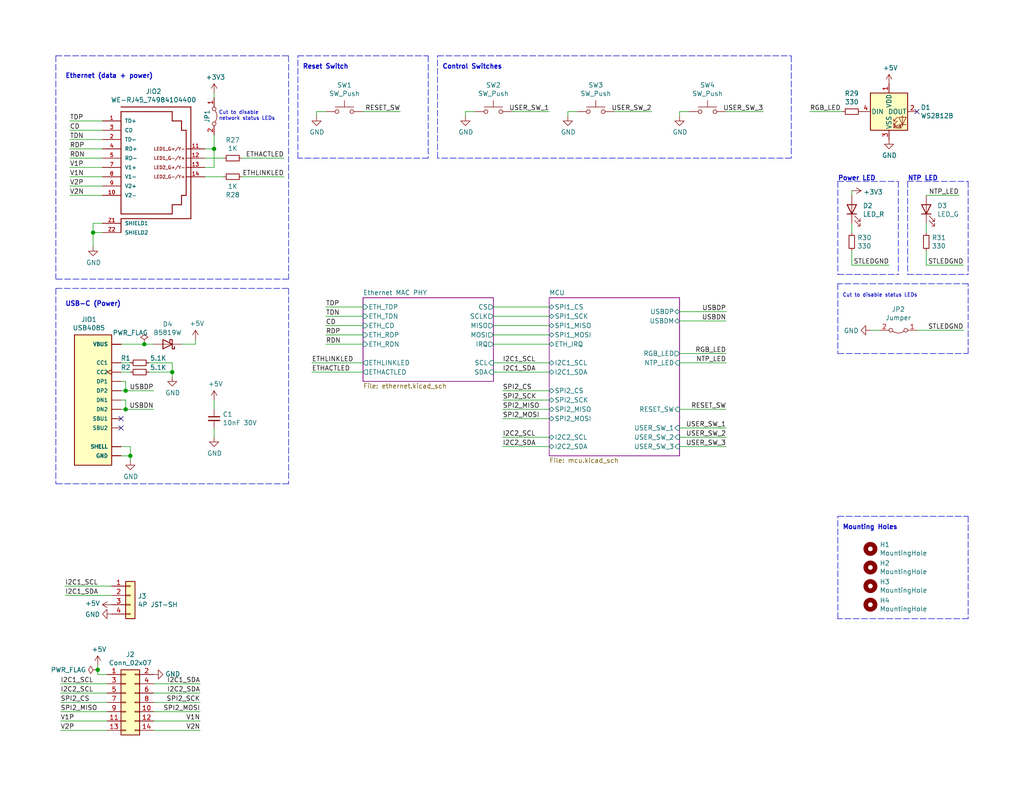
<source format=kicad_sch>
(kicad_sch (version 20201015) (generator eeschema)
  (paper "USLetter")
  (title_block (title "NA-01 Time Computer") (date "2021-03-26") (rev "B") (company "github.com/westrik") (comment 1 "MFW007"))
  (lib_symbols
    (symbol "Connector_Generic:Conn_01x04" (pin_names (offset 1.016) hide)
      (property "Reference" "J" (at 0 5.08 0))
      (property "Value" "Conn_01x04" (at 0 -7.62 0))
      (symbol "Conn_01x04_1_1"
        (rectangle (start -1.27 -4.953) (end 0 -5.207) (stroke (width 0.1524)))
        (rectangle (start -1.27 -2.413) (end 0 -2.667) (stroke (width 0.1524)))
        (rectangle (start -1.27 2.667) (end 0 2.413) (stroke (width 0.1524)))
        (rectangle (start -1.27 3.81) (end 1.27 -6.35) (stroke (width 0.254)) (fill (type background)))
        (rectangle (start -1.27 0.127) (end 0 -0.127) (stroke (width 0.1524)))
        (pin passive line (at -5.08 2.54 0) (length 3.81) (name "Pin_1") (number "1"))
        (pin passive line (at -5.08 0 0) (length 3.81) (name "Pin_2") (number "2"))
        (pin passive line (at -5.08 -2.54 0) (length 3.81) (name "Pin_3") (number "3"))
        (pin passive line (at -5.08 -5.08 0) (length 3.81) (name "Pin_4") (number "4"))
      )
    )
    (symbol "Connector_Generic:Conn_02x07_Odd_Even" (pin_names (offset 1.016) hide)
      (property "Reference" "J" (at 1.27 10.16 0))
      (property "Value" "Conn_02x07_Odd_Even" (at 1.27 -10.16 0))
      (symbol "Conn_02x07_Odd_Even_1_1"
        (rectangle (start -1.27 -4.953) (end 0 -5.207) (stroke (width 0.1524)))
        (rectangle (start -1.27 -7.493) (end 0 -7.747) (stroke (width 0.1524)))
        (rectangle (start -1.27 -2.413) (end 0 -2.667) (stroke (width 0.1524)))
        (rectangle (start -1.27 2.667) (end 0 2.413) (stroke (width 0.1524)))
        (rectangle (start -1.27 5.207) (end 0 4.953) (stroke (width 0.1524)))
        (rectangle (start -1.27 7.747) (end 0 7.493) (stroke (width 0.1524)))
        (rectangle (start -1.27 8.89) (end 3.81 -8.89) (stroke (width 0.254)) (fill (type background)))
        (rectangle (start -1.27 0.127) (end 0 -0.127) (stroke (width 0.1524)))
        (rectangle (start 3.81 -4.953) (end 2.54 -5.207) (stroke (width 0.1524)))
        (rectangle (start 3.81 -7.493) (end 2.54 -7.747) (stroke (width 0.1524)))
        (rectangle (start 3.81 -2.413) (end 2.54 -2.667) (stroke (width 0.1524)))
        (rectangle (start 3.81 2.667) (end 2.54 2.413) (stroke (width 0.1524)))
        (rectangle (start 3.81 5.207) (end 2.54 4.953) (stroke (width 0.1524)))
        (rectangle (start 3.81 7.747) (end 2.54 7.493) (stroke (width 0.1524)))
        (rectangle (start 3.81 0.127) (end 2.54 -0.127) (stroke (width 0.1524)))
        (pin passive line (at -5.08 7.62 0) (length 3.81) (name "Pin_1") (number "1"))
        (pin passive line (at 7.62 -2.54 180) (length 3.81) (name "Pin_10") (number "10"))
        (pin passive line (at -5.08 -5.08 0) (length 3.81) (name "Pin_11") (number "11"))
        (pin passive line (at 7.62 -5.08 180) (length 3.81) (name "Pin_12") (number "12"))
        (pin passive line (at -5.08 -7.62 0) (length 3.81) (name "Pin_13") (number "13"))
        (pin passive line (at 7.62 -7.62 180) (length 3.81) (name "Pin_14") (number "14"))
        (pin passive line (at 7.62 7.62 180) (length 3.81) (name "Pin_2") (number "2"))
        (pin passive line (at -5.08 5.08 0) (length 3.81) (name "Pin_3") (number "3"))
        (pin passive line (at 7.62 5.08 180) (length 3.81) (name "Pin_4") (number "4"))
        (pin passive line (at -5.08 2.54 0) (length 3.81) (name "Pin_5") (number "5"))
        (pin passive line (at 7.62 2.54 180) (length 3.81) (name "Pin_6") (number "6"))
        (pin passive line (at -5.08 0 0) (length 3.81) (name "Pin_7") (number "7"))
        (pin passive line (at 7.62 0 180) (length 3.81) (name "Pin_8") (number "8"))
        (pin passive line (at -5.08 -2.54 0) (length 3.81) (name "Pin_9") (number "9"))
      )
    )
    (symbol "Device:C_Small" (pin_numbers hide) (pin_names (offset 0.254) hide)
      (property "Reference" "C" (at 0.254 1.778 0))
      (property "Value" "C_Small" (at 0.254 -2.032 0))
      (symbol "C_Small_0_1"
        (polyline (pts (xy -1.524 -0.508) (xy 1.524 -0.508)) (stroke (width 0.3302)))
        (polyline (pts (xy -1.524 0.508) (xy 1.524 0.508)) (stroke (width 0.3048)))
      )
      (symbol "C_Small_1_1"
        (pin passive line (at 0 2.54 270) (length 2.032) (name "~") (number "1"))
        (pin passive line (at 0 -2.54 90) (length 2.032) (name "~") (number "2"))
      )
    )
    (symbol "Device:D_Schottky" (pin_numbers hide) (pin_names (offset 1.016) hide)
      (property "Reference" "D" (at 0 2.54 0))
      (property "Value" "D_Schottky" (at 0 -2.54 0))
      (symbol "D_Schottky_0_1"
        (polyline (pts (xy 1.27 0) (xy -1.27 0)))
        (polyline (pts (xy 1.27 1.27) (xy 1.27 -1.27) (xy -1.27 0) (xy 1.27 1.27)) (stroke (width 0.254)))
        (polyline (pts (xy -1.905 0.635) (xy -1.905 1.27) (xy -1.27 1.27) (xy -1.27 -1.27) (xy -0.635 -1.27) (xy -0.635 -0.635)) (stroke (width 0.254)))
      )
      (symbol "D_Schottky_1_1"
        (pin passive line (at -3.81 0 0) (length 2.54) (name "K") (number "1"))
        (pin passive line (at 3.81 0 180) (length 2.54) (name "A") (number "2"))
      )
    )
    (symbol "Device:LED" (pin_numbers hide) (pin_names (offset 1.016) hide)
      (property "Reference" "D" (at 0 2.54 0))
      (property "Value" "LED" (at 0 -2.54 0))
      (symbol "LED_0_1"
        (polyline (pts (xy -1.27 -1.27) (xy -1.27 1.27)) (stroke (width 0.254)))
        (polyline (pts (xy -1.27 0) (xy 1.27 0)))
        (polyline (pts (xy 1.27 -1.27) (xy 1.27 1.27) (xy -1.27 0) (xy 1.27 -1.27)) (stroke (width 0.254)))
        (polyline (pts (xy -3.048 -0.762) (xy -4.572 -2.286) (xy -3.81 -2.286) (xy -4.572 -2.286) (xy -4.572 -1.524)))
        (polyline (pts (xy -1.778 -0.762) (xy -3.302 -2.286) (xy -2.54 -2.286) (xy -3.302 -2.286) (xy -3.302 -1.524)))
      )
      (symbol "LED_1_1"
        (pin passive line (at -3.81 0 0) (length 2.54) (name "K") (number "1"))
        (pin passive line (at 3.81 0 180) (length 2.54) (name "A") (number "2"))
      )
    )
    (symbol "Device:R_Small" (pin_numbers hide) (pin_names (offset 0.254) hide)
      (property "Reference" "R" (at 0.762 0.508 0))
      (property "Value" "R_Small" (at 0.762 -1.016 0))
      (symbol "R_Small_0_1"
        (rectangle (start -0.762 1.778) (end 0.762 -1.778) (stroke (width 0.2032)))
      )
      (symbol "R_Small_1_1"
        (pin passive line (at 0 2.54 270) (length 0.762) (name "~") (number "1"))
        (pin passive line (at 0 -2.54 90) (length 0.762) (name "~") (number "2"))
      )
    )
    (symbol "Jumper:Jumper_2_Bridged" (pin_names (offset 0) hide)
      (property "Reference" "JP" (at 0 1.905 0))
      (property "Value" "Jumper_2_Bridged" (at 0 -2.54 0))
      (symbol "Jumper_2_Bridged_0_0"
        (circle (center -2.032 0) (radius 0.508))
        (circle (center 2.032 0) (radius 0.508))
      )
      (symbol "Jumper_2_Bridged_0_1"
        (arc (start -1.524 0.254) (end 1.524 0.254) (radius (at 0 -1.778) (length 2.54) (angles 126.9 53.1)))
      )
      (symbol "Jumper_2_Bridged_1_1"
        (pin passive line (at -5.08 0 0) (length 2.54) (name "A") (number "1"))
        (pin passive line (at 5.08 0 180) (length 2.54) (name "B") (number "2"))
      )
    )
    (symbol "LED:WS2812B" (pin_names (offset 0.254))
      (property "Reference" "D" (at 5.08 5.715 0))
      (property "Value" "WS2812B" (at 1.27 -5.715 0))
      (symbol "WS2812B_0_0"
        (text "RGB" (at 2.286 -4.191 0) (effects (font (size 0.762 0.762))))
      )
      (symbol "WS2812B_0_1"
        (rectangle (start 5.08 5.08) (end -5.08 -5.08) (stroke (width 0.254)) (fill (type background)))
        (polyline (pts (xy 1.27 -3.556) (xy 1.778 -3.556)))
        (polyline (pts (xy 1.27 -2.54) (xy 1.778 -2.54)))
        (polyline (pts (xy 4.699 -3.556) (xy 2.667 -3.556)))
        (polyline (pts (xy 2.286 -2.54) (xy 1.27 -3.556) (xy 1.27 -3.048)))
        (polyline (pts (xy 2.286 -1.524) (xy 1.27 -2.54) (xy 1.27 -2.032)))
        (polyline (pts (xy 3.683 -1.016) (xy 3.683 -3.556) (xy 3.683 -4.064)))
        (polyline (pts (xy 4.699 -1.524) (xy 2.667 -1.524) (xy 3.683 -3.556) (xy 4.699 -1.524)))
      )
      (symbol "WS2812B_1_1"
        (pin power_in line (at 0 7.62 270) (length 2.54) (name "VDD") (number "1"))
        (pin output line (at 7.62 0 180) (length 2.54) (name "DOUT") (number "2"))
        (pin power_in line (at 0 -7.62 90) (length 2.54) (name "VSS") (number "3"))
        (pin input line (at -7.62 0 0) (length 2.54) (name "DIN") (number "4"))
      )
    )
    (symbol "Mechanical:MountingHole" (pin_names (offset 1.016))
      (property "Reference" "H" (at 0 5.08 0))
      (property "Value" "MountingHole" (at 0 3.175 0))
      (symbol "MountingHole_0_1"
        (circle (center 0 0) (radius 1.27) (stroke (width 1.27)))
      )
    )
    (symbol "Switch:SW_Push" (pin_numbers hide) (pin_names (offset 1.016) hide)
      (property "Reference" "SW" (at 1.27 2.54 0))
      (property "Value" "SW_Push" (at 0 -1.524 0))
      (symbol "SW_Push_0_1"
        (circle (center -2.032 0) (radius 0.508))
        (circle (center 2.032 0) (radius 0.508))
        (polyline (pts (xy 0 1.27) (xy 0 3.048)))
        (polyline (pts (xy 2.54 1.27) (xy -2.54 1.27)))
        (pin passive line (at -5.08 0 0) (length 2.54) (name "1") (number "1"))
        (pin passive line (at 5.08 0 180) (length 2.54) (name "2") (number "2"))
      )
    )
    (symbol "USB4085-GF-A_REVA:USB4085-GF-A_REVA" (pin_numbers hide) (pin_names (offset 1.016))
      (property "Reference" "J" (at -5.1054 18.3134 0))
      (property "Value" "USB4085-GF-A_REVA" (at -5.1054 -20.3708 0))
      (symbol "USB4085-GF-A_REVA_0_0"
        (rectangle (start -5.08 -17.78) (end 5.08 17.78) (stroke (width 0.254)) (fill (type background)))
        (pin power_in line (at -7.62 15.24 0) (length 2.54) (name "VBUS") (number "A4"))
        (pin power_in line (at -7.62 15.24 0) (length 2.54) (name "VBUS") (number "A9"))
        (pin power_in line (at -7.62 15.24 0) (length 2.54) (name "VBUS") (number "B4"))
        (pin power_in line (at -7.62 15.24 0) (length 2.54) (name "VBUS") (number "B9"))
        (pin bidirectional line (at -7.62 10.16 0) (length 2.54) (name "CC1") (number "A5"))
        (pin bidirectional clock (at -7.62 7.62 0) (length 2.54) (name "CC2") (number "B5"))
        (pin bidirectional line (at -7.62 5.08 0) (length 2.54) (name "DP1") (number "A6"))
        (pin bidirectional line (at -7.62 2.54 0) (length 2.54) (name "DP2") (number "B6"))
        (pin bidirectional line (at -7.62 0 0) (length 2.54) (name "DN1") (number "A7"))
        (pin bidirectional line (at -7.62 -2.54 0) (length 2.54) (name "DN2") (number "B7"))
        (pin bidirectional line (at -7.62 -5.08 0) (length 2.54) (name "SBU1") (number "A8"))
        (pin bidirectional line (at -7.62 -7.62 0) (length 2.54) (name "SBU2") (number "B8"))
        (pin passive line (at -7.62 -15.24 0) (length 2.54) (name "GND") (number "A1"))
        (pin passive line (at -7.62 -15.24 0) (length 2.54) (name "GND") (number "A12"))
        (pin passive line (at -7.62 -15.24 0) (length 2.54) (name "GND") (number "B1"))
        (pin passive line (at -7.62 -15.24 0) (length 2.54) (name "GND") (number "B12"))
        (pin passive line (at -7.62 -12.7 0) (length 2.54) (name "SHELL") (number "P1"))
        (pin passive line (at -7.62 -12.7 0) (length 2.54) (name "SHELL") (number "P2"))
        (pin passive line (at -7.62 -12.7 0) (length 2.54) (name "SHELL") (number "P3"))
        (pin passive line (at -7.62 -12.7 0) (length 2.54) (name "SHELL") (number "P4"))
      )
    )
    (symbol "WE-RJ45_74984104400:WE-RJ45_74984104400" (pin_names (offset 1.016))
      (property "Reference" "T" (at 0 17.78 0))
      (property "Value" "WE-RJ45_74984104400" (at -2.54 -22.86 0))
      (symbol "WE-RJ45_74984104400_0_0"
        (text "LED1_G+/Y-" (at 1.27 5.08 0) (effects (font (size 0.8636 0.8636)) (justify left)))
        (text "LED1_G-/Y+" (at 1.27 2.54 0) (effects (font (size 0.8636 0.8636)) (justify left)))
        (text "LED2_G+/Y-" (at 1.27 0 0) (effects (font (size 0.8636 0.8636)) (justify left)))
        (text "LED2_G-/Y+" (at 1.27 -2.54 0) (effects (font (size 0.8636 0.8636)) (justify left)))
        (polyline (pts (xy -7.62 -13.97) (xy -7.62 -17.78)) (stroke (width 0.254)))
        (polyline (pts (xy -7.62 -12.7) (xy -7.62 15.24)) (stroke (width 0.254)))
        (polyline (pts (xy -7.62 15.24) (xy 6.35 15.24)) (stroke (width 0.254)))
        (polyline (pts (xy -7.62 16.51) (xy 11.43 16.51)) (stroke (width 0.254)))
        (polyline (pts (xy 6.35 -12.7) (xy -7.62 -12.7)) (stroke (width 0.254)))
        (polyline (pts (xy 6.35 -12.7) (xy 6.35 -10.16)) (stroke (width 0.254)))
        (polyline (pts (xy 6.35 -10.16) (xy 8.89 -10.16)) (stroke (width 0.254)))
        (polyline (pts (xy 6.35 12.7) (xy 8.89 12.7)) (stroke (width 0.254)))
        (polyline (pts (xy 6.35 15.24) (xy 6.35 12.7)) (stroke (width 0.254)))
        (polyline (pts (xy 8.89 -10.16) (xy 8.89 -7.62)) (stroke (width 0.254)))
        (polyline (pts (xy 8.89 -7.62) (xy 10.16 -7.62)) (stroke (width 0.254)))
        (polyline (pts (xy 8.89 10.16) (xy 10.16 10.16)) (stroke (width 0.254)))
        (polyline (pts (xy 8.89 12.7) (xy 8.89 10.16)) (stroke (width 0.254)))
        (polyline (pts (xy 10.16 10.16) (xy 10.16 -7.62)) (stroke (width 0.254)))
        (polyline (pts (xy 11.43 -13.97) (xy -7.62 -13.97)) (stroke (width 0.254)))
        (polyline (pts (xy 11.43 16.51) (xy 11.43 -13.97)) (stroke (width 0.254)))
        (pin passive line (at -12.7 12.7 0) (length 5.08) (name "TD+") (number "1"))
        (pin passive line (at -12.7 -7.62 0) (length 5.08) (name "V2-") (number "10"))
        (pin passive line (at 15.24 5.08 180) (length 5.08) (name "~") (number "11"))
        (pin passive line (at 15.24 2.54 180) (length 5.08) (name "~") (number "12"))
        (pin passive line (at 15.24 0 180) (length 5.08) (name "~") (number "13"))
        (pin passive line (at 15.24 -2.54 180) (length 5.08) (name "~") (number "14"))
        (pin passive line (at -12.7 7.62 0) (length 5.08) (name "TD-") (number "2"))
        (pin passive line (at -12.7 10.16 0) (length 5.08) (name "CD") (number "3"))
        (pin passive line (at -12.7 5.08 0) (length 5.08) (name "RD+") (number "4"))
        (pin passive line (at -12.7 2.54 0) (length 5.08) (name "RD-") (number "5"))
        (pin passive line (at -12.7 0 0) (length 5.08) (name "V1+") (number "7"))
        (pin passive line (at -12.7 -2.54 0) (length 5.08) (name "V1-") (number "8"))
        (pin passive line (at -12.7 -5.08 0) (length 5.08) (name "V2+") (number "9"))
        (pin passive line (at -12.7 -15.24 0) (length 5.08) (name "SHIELD1") (number "Z1"))
        (pin passive line (at -12.7 -17.78 0) (length 5.08) (name "SHIELD2") (number "Z2"))
      )
    )
    (symbol "power:+3.3V" (power) (pin_names (offset 0))
      (property "Value" "+3.3V" (at 0 3.556 0))
      (symbol "+3.3V_0_1"
        (polyline (pts (xy -0.762 1.27) (xy 0 2.54)))
        (polyline (pts (xy 0 0) (xy 0 2.54)))
        (polyline (pts (xy 0 2.54) (xy 0.762 1.27)))
      )
      (symbol "+3.3V_1_1"
        (pin power_in line (at 0 0 90) (length 0) hide (name "+3V3") (number "1"))
      )
    )
    (symbol "power:+3V3" (power) (pin_names (offset 0))
      (property "Value" "+3V3" (at 0 3.556 0))
      (symbol "+3V3_0_1"
        (polyline (pts (xy -0.762 1.27) (xy 0 2.54)))
        (polyline (pts (xy 0 0) (xy 0 2.54)))
        (polyline (pts (xy 0 2.54) (xy 0.762 1.27)))
      )
      (symbol "+3V3_1_1"
        (pin power_in line (at 0 0 90) (length 0) hide (name "+3V3") (number "1"))
      )
    )
    (symbol "power:+5V" (power) (pin_names (offset 0))
      (property "Value" "+5V" (at 0 3.556 0))
      (symbol "+5V_0_1"
        (polyline (pts (xy -0.762 1.27) (xy 0 2.54)))
        (polyline (pts (xy 0 0) (xy 0 2.54)))
        (polyline (pts (xy 0 2.54) (xy 0.762 1.27)))
      )
      (symbol "+5V_1_1"
        (pin power_in line (at 0 0 90) (length 0) hide (name "+5V") (number "1"))
      )
    )
    (symbol "power:GND" (power) (pin_names (offset 0))
      (property "Value" "GND" (at 0 -3.81 0))
      (symbol "GND_0_1"
        (polyline (pts (xy 0 0) (xy 0 -1.27) (xy 1.27 -1.27) (xy 0 -2.54) (xy -1.27 -1.27) (xy 0 -1.27)))
      )
      (symbol "GND_1_1"
        (pin power_in line (at 0 0 270) (length 0) hide (name "GND") (number "1"))
      )
    )
    (symbol "power:PWR_FLAG" (power) (pin_numbers hide) (pin_names (offset 0) hide)
      (property "Value" "PWR_FLAG" (at 0 3.81 0))
      (symbol "PWR_FLAG_0_0"
        (pin power_out line (at 0 0 90) (length 0) (name "pwr") (number "1"))
      )
      (symbol "PWR_FLAG_0_1"
        (polyline (pts (xy 0 0) (xy 0 1.27) (xy -1.016 1.905) (xy 0 2.54) (xy 1.016 1.905) (xy 0 1.27)))
      )
    )
  )
  (junction (at 25.4 63.5) (diameter 1.016))
  (junction (at 26.67 182.88) (diameter 1.016))
  (junction (at 34.29 106.68) (diameter 1.016))
  (junction (at 34.29 111.76) (diameter 1.016))
  (junction (at 35.56 124.46) (diameter 1.016))
  (junction (at 39.37 93.98) (diameter 1.016))
  (junction (at 46.99 101.6) (diameter 1.016))
  (junction (at 58.42 40.64) (diameter 1.016))
  (no_connect (at 33.02 114.3))
  (no_connect (at 33.02 116.84))
  (no_connect (at 250.19 30.48))
  (wire (pts (xy 16.51 186.69) (xy 29.21 186.69)))
  (wire (pts (xy 17.78 160.02) (xy 30.48 160.02)))
  (wire (pts (xy 17.78 162.56) (xy 30.48 162.56)))
  (wire (pts (xy 25.4 60.96) (xy 25.4 63.5)))
  (wire (pts (xy 25.4 63.5) (xy 25.4 67.31)))
  (wire (pts (xy 25.4 63.5) (xy 27.94 63.5)))
  (wire (pts (xy 26.67 182.88) (xy 26.67 181.61)))
  (wire (pts (xy 26.67 184.15) (xy 26.67 182.88)))
  (wire (pts (xy 27.94 33.02) (xy 19.05 33.02)))
  (wire (pts (xy 27.94 35.56) (xy 19.05 35.56)))
  (wire (pts (xy 27.94 38.1) (xy 19.05 38.1)))
  (wire (pts (xy 27.94 40.64) (xy 19.05 40.64)))
  (wire (pts (xy 27.94 43.18) (xy 19.05 43.18)))
  (wire (pts (xy 27.94 45.72) (xy 19.05 45.72)))
  (wire (pts (xy 27.94 48.26) (xy 19.05 48.26)))
  (wire (pts (xy 27.94 50.8) (xy 19.05 50.8)))
  (wire (pts (xy 27.94 53.34) (xy 19.05 53.34)))
  (wire (pts (xy 27.94 60.96) (xy 25.4 60.96)))
  (wire (pts (xy 29.21 184.15) (xy 26.67 184.15)))
  (wire (pts (xy 29.21 189.23) (xy 16.51 189.23)))
  (wire (pts (xy 29.21 191.77) (xy 16.51 191.77)))
  (wire (pts (xy 29.21 194.31) (xy 16.51 194.31)))
  (wire (pts (xy 29.21 196.85) (xy 16.51 196.85)))
  (wire (pts (xy 29.21 199.39) (xy 16.51 199.39)))
  (wire (pts (xy 33.02 93.98) (xy 39.37 93.98)))
  (wire (pts (xy 33.02 99.06) (xy 35.56 99.06)))
  (wire (pts (xy 33.02 101.6) (xy 35.56 101.6)))
  (wire (pts (xy 33.02 104.14) (xy 34.29 104.14)))
  (wire (pts (xy 33.02 106.68) (xy 34.29 106.68)))
  (wire (pts (xy 33.02 109.22) (xy 34.29 109.22)))
  (wire (pts (xy 33.02 111.76) (xy 34.29 111.76)))
  (wire (pts (xy 33.02 121.92) (xy 35.56 121.92)))
  (wire (pts (xy 33.02 124.46) (xy 35.56 124.46)))
  (wire (pts (xy 34.29 106.68) (xy 34.29 104.14)))
  (wire (pts (xy 34.29 106.68) (xy 41.91 106.68)))
  (wire (pts (xy 34.29 111.76) (xy 34.29 109.22)))
  (wire (pts (xy 34.29 111.76) (xy 41.91 111.76)))
  (wire (pts (xy 35.56 121.92) (xy 35.56 124.46)))
  (wire (pts (xy 35.56 124.46) (xy 35.56 125.73)))
  (wire (pts (xy 39.37 93.98) (xy 41.91 93.98)))
  (wire (pts (xy 40.64 99.06) (xy 46.99 99.06)))
  (wire (pts (xy 40.64 101.6) (xy 46.99 101.6)))
  (wire (pts (xy 41.91 189.23) (xy 54.61 189.23)))
  (wire (pts (xy 41.91 191.77) (xy 54.61 191.77)))
  (wire (pts (xy 41.91 194.31) (xy 54.61 194.31)))
  (wire (pts (xy 41.91 196.85) (xy 54.61 196.85)))
  (wire (pts (xy 41.91 199.39) (xy 54.61 199.39)))
  (wire (pts (xy 46.99 99.06) (xy 46.99 101.6)))
  (wire (pts (xy 46.99 101.6) (xy 46.99 102.87)))
  (wire (pts (xy 49.53 93.98) (xy 53.34 93.98)))
  (wire (pts (xy 53.34 93.98) (xy 53.34 92.71)))
  (wire (pts (xy 54.61 186.69) (xy 41.91 186.69)))
  (wire (pts (xy 55.88 40.64) (xy 58.42 40.64)))
  (wire (pts (xy 55.88 43.18) (xy 60.96 43.18)))
  (wire (pts (xy 55.88 45.72) (xy 58.42 45.72)))
  (wire (pts (xy 55.88 48.26) (xy 60.96 48.26)))
  (wire (pts (xy 58.42 25.4) (xy 58.42 26.67)))
  (wire (pts (xy 58.42 40.64) (xy 58.42 36.83)))
  (wire (pts (xy 58.42 45.72) (xy 58.42 40.64)))
  (wire (pts (xy 58.42 109.22) (xy 58.42 111.76)))
  (wire (pts (xy 58.42 116.84) (xy 58.42 119.38)))
  (wire (pts (xy 66.04 43.18) (xy 77.47 43.18)))
  (wire (pts (xy 66.04 48.26) (xy 77.47 48.26)))
  (wire (pts (xy 86.36 30.48) (xy 86.36 31.75)))
  (wire (pts (xy 88.9 30.48) (xy 86.36 30.48)))
  (wire (pts (xy 88.9 83.82) (xy 99.06 83.82)))
  (wire (pts (xy 88.9 86.36) (xy 99.06 86.36)))
  (wire (pts (xy 88.9 88.9) (xy 99.06 88.9)))
  (wire (pts (xy 99.06 30.48) (xy 109.22 30.48)))
  (wire (pts (xy 99.06 91.44) (xy 88.9 91.44)))
  (wire (pts (xy 99.06 93.98) (xy 88.9 93.98)))
  (wire (pts (xy 99.06 99.06) (xy 85.09 99.06)))
  (wire (pts (xy 99.06 101.6) (xy 85.09 101.6)))
  (wire (pts (xy 127 30.48) (xy 127 31.75)))
  (wire (pts (xy 129.54 30.48) (xy 127 30.48)))
  (wire (pts (xy 134.62 83.82) (xy 149.86 83.82)))
  (wire (pts (xy 134.62 86.36) (xy 149.86 86.36)))
  (wire (pts (xy 134.62 88.9) (xy 149.86 88.9)))
  (wire (pts (xy 134.62 91.44) (xy 149.86 91.44)))
  (wire (pts (xy 134.62 93.98) (xy 149.86 93.98)))
  (wire (pts (xy 134.62 99.06) (xy 149.86 99.06)))
  (wire (pts (xy 134.62 101.6) (xy 149.86 101.6)))
  (wire (pts (xy 139.7 30.48) (xy 149.86 30.48)))
  (wire (pts (xy 149.86 106.68) (xy 137.16 106.68)))
  (wire (pts (xy 149.86 109.22) (xy 137.16 109.22)))
  (wire (pts (xy 149.86 111.76) (xy 137.16 111.76)))
  (wire (pts (xy 149.86 114.3) (xy 137.16 114.3)))
  (wire (pts (xy 149.86 119.38) (xy 137.16 119.38)))
  (wire (pts (xy 149.86 121.92) (xy 137.16 121.92)))
  (wire (pts (xy 154.94 30.48) (xy 154.94 31.75)))
  (wire (pts (xy 157.48 30.48) (xy 154.94 30.48)))
  (wire (pts (xy 167.64 30.48) (xy 177.8 30.48)))
  (wire (pts (xy 185.42 30.48) (xy 185.42 31.75)))
  (wire (pts (xy 185.42 85.09) (xy 198.12 85.09)))
  (wire (pts (xy 185.42 87.63) (xy 198.12 87.63)))
  (wire (pts (xy 185.42 96.52) (xy 198.12 96.52)))
  (wire (pts (xy 185.42 99.06) (xy 198.12 99.06)))
  (wire (pts (xy 185.42 111.76) (xy 198.12 111.76)))
  (wire (pts (xy 185.42 116.84) (xy 198.12 116.84)))
  (wire (pts (xy 185.42 119.38) (xy 198.12 119.38)))
  (wire (pts (xy 185.42 121.92) (xy 198.12 121.92)))
  (wire (pts (xy 187.96 30.48) (xy 185.42 30.48)))
  (wire (pts (xy 198.12 30.48) (xy 208.28 30.48)))
  (wire (pts (xy 220.98 30.48) (xy 229.87 30.48)))
  (wire (pts (xy 232.41 52.07) (xy 232.41 53.34)))
  (wire (pts (xy 232.41 60.96) (xy 232.41 63.5)))
  (wire (pts (xy 232.41 68.58) (xy 232.41 72.39)))
  (wire (pts (xy 232.41 72.39) (xy 242.57 72.39)))
  (wire (pts (xy 237.49 90.17) (xy 240.03 90.17)))
  (wire (pts (xy 250.19 90.17) (xy 262.89 90.17)))
  (wire (pts (xy 252.73 53.34) (xy 261.62 53.34)))
  (wire (pts (xy 252.73 60.96) (xy 252.73 63.5)))
  (wire (pts (xy 252.73 68.58) (xy 252.73 72.39)))
  (wire (pts (xy 252.73 72.39) (xy 262.89 72.39)))
  (polyline (pts (xy 15.24 15.24) (xy 15.24 76.2)) (stroke (width 0) (type dash)))
  (polyline (pts (xy 15.24 15.24) (xy 78.74 15.24)) (stroke (width 0) (type dash)))
  (polyline (pts (xy 15.24 78.74) (xy 15.24 132.08)) (stroke (width 0) (type dash)))
  (polyline (pts (xy 15.24 78.74) (xy 78.74 78.74)) (stroke (width 0) (type dash)))
  (polyline (pts (xy 78.74 15.24) (xy 78.74 76.2)) (stroke (width 0) (type dash)))
  (polyline (pts (xy 78.74 76.2) (xy 15.24 76.2)) (stroke (width 0) (type dash)))
  (polyline (pts (xy 78.74 78.74) (xy 78.74 132.08)) (stroke (width 0) (type dash)))
  (polyline (pts (xy 78.74 132.08) (xy 15.24 132.08)) (stroke (width 0) (type dash)))
  (polyline (pts (xy 81.28 15.24) (xy 116.84 15.24)) (stroke (width 0) (type dash)))
  (polyline (pts (xy 81.28 43.18) (xy 81.28 15.24)) (stroke (width 0) (type dash)))
  (polyline (pts (xy 116.84 15.24) (xy 116.84 43.18)) (stroke (width 0) (type dash)))
  (polyline (pts (xy 116.84 43.18) (xy 81.28 43.18)) (stroke (width 0) (type dash)))
  (polyline (pts (xy 119.38 15.24) (xy 215.9 15.24)) (stroke (width 0) (type dash)))
  (polyline (pts (xy 119.38 43.18) (xy 119.38 15.24)) (stroke (width 0) (type dash)))
  (polyline (pts (xy 215.9 15.24) (xy 215.9 43.18)) (stroke (width 0) (type dash)))
  (polyline (pts (xy 215.9 43.18) (xy 119.38 43.18)) (stroke (width 0) (type dash)))
  (polyline (pts (xy 228.6 49.53) (xy 228.6 74.93)) (stroke (width 0) (type dash)))
  (polyline (pts (xy 228.6 49.53) (xy 245.11 49.53)) (stroke (width 0) (type dash)))
  (polyline (pts (xy 228.6 74.93) (xy 245.11 74.93)) (stroke (width 0) (type dash)))
  (polyline (pts (xy 228.6 77.47) (xy 228.6 96.52)) (stroke (width 0) (type dash)))
  (polyline (pts (xy 228.6 96.52) (xy 264.16 96.52)) (stroke (width 0) (type dash)))
  (polyline (pts (xy 228.6 140.97) (xy 264.16 140.97)) (stroke (width 0) (type dash)))
  (polyline (pts (xy 228.6 168.91) (xy 228.6 140.97)) (stroke (width 0) (type dash)))
  (polyline (pts (xy 245.11 49.53) (xy 245.11 74.93)) (stroke (width 0) (type dash)))
  (polyline (pts (xy 247.65 49.53) (xy 247.65 74.93)) (stroke (width 0) (type dash)))
  (polyline (pts (xy 247.65 49.53) (xy 264.16 49.53)) (stroke (width 0) (type dash)))
  (polyline (pts (xy 247.65 74.93) (xy 264.16 74.93)) (stroke (width 0) (type dash)))
  (polyline (pts (xy 264.16 49.53) (xy 264.16 74.93)) (stroke (width 0) (type dash)))
  (polyline (pts (xy 264.16 77.47) (xy 228.6 77.47)) (stroke (width 0) (type dash)))
  (polyline (pts (xy 264.16 96.52) (xy 264.16 77.47)) (stroke (width 0) (type dash)))
  (polyline (pts (xy 264.16 140.97) (xy 264.16 168.91)) (stroke (width 0) (type dash)))
  (polyline (pts (xy 264.16 168.91) (xy 228.6 168.91)) (stroke (width 0) (type dash)))
  (text "Ethernet (data + power)" (at 17.78 21.59 0) (effects (font (size 1.27 1.27) (thickness 0.254) bold) (justify left bottom)))
  (text "USB-C (Power)" (at 17.78 83.82 0) (effects (font (size 1.27 1.27) (thickness 0.254) bold) (justify left bottom)))
  (text "Cut to disable \nnetwork status LEDs" (at 59.69 33.02 0) (effects (font (size 0.9906 0.9906)) (justify left bottom)))
  (text "Reset Switch" (at 82.55 19.05 0) (effects (font (size 1.27 1.27) (thickness 0.254) bold) (justify left bottom)))
  (text "Control Switches" (at 120.65 19.05 0) (effects (font (size 1.27 1.27) (thickness 0.254) bold) (justify left bottom)))
  (text "Power LED" (at 228.6 49.53 0) (effects (font (size 1.27 1.27) (thickness 0.254) bold) (justify left bottom)))
  (text "Cut to disable status LEDs" (at 229.87 81.28 0) (effects (font (size 0.9906 0.9906)) (justify left bottom)))
  (text "Mounting Holes" (at 229.87 144.78 0) (effects (font (size 1.27 1.27) (thickness 0.254) bold) (justify left bottom)))
  (text "NTP LED" (at 247.65 49.53 0) (effects (font (size 1.27 1.27) (thickness 0.254) bold) (justify left bottom)))
  (label "I2C1_SCL" (at 16.51 186.69 0))
  (label "I2C2_SCL" (at 16.51 189.23 0))
  (label "SPI2_CS" (at 16.51 191.77 0))
  (label "SPI2_MISO" (at 16.51 194.31 0))
  (label "V1P" (at 16.51 196.85 0))
  (label "V2P" (at 16.51 199.39 0))
  (label "I2C1_SCL" (at 17.78 160.02 0))
  (label "I2C1_SDA" (at 17.78 162.56 0))
  (label "TDP" (at 19.05 33.02 0))
  (label "CD" (at 19.05 35.56 0))
  (label "TDN" (at 19.05 38.1 0))
  (label "RDP" (at 19.05 40.64 0))
  (label "RDN" (at 19.05 43.18 0))
  (label "V1P" (at 19.05 45.72 0))
  (label "V1N" (at 19.05 48.26 0))
  (label "V2P" (at 19.05 50.8 0))
  (label "V2N" (at 19.05 53.34 0))
  (label "USBDP" (at 41.91 106.68 180))
  (label "USBDN" (at 41.91 111.76 180))
  (label "I2C1_SDA" (at 54.61 186.69 180))
  (label "I2C2_SDA" (at 54.61 189.23 180))
  (label "SPI2_SCK" (at 54.61 191.77 180))
  (label "SPI2_MOSI" (at 54.61 194.31 180))
  (label "V1N" (at 54.61 196.85 180))
  (label "V2N" (at 54.61 199.39 180))
  (label "ETHACTLED" (at 77.47 43.18 180))
  (label "ETHLINKLED" (at 77.47 48.26 180))
  (label "ETHLINKLED" (at 85.09 99.06 0))
  (label "ETHACTLED" (at 85.09 101.6 0))
  (label "TDP" (at 88.9 83.82 0))
  (label "TDN" (at 88.9 86.36 0))
  (label "CD" (at 88.9 88.9 0))
  (label "RDP" (at 88.9 91.44 0))
  (label "RDN" (at 88.9 93.98 0))
  (label "RESET_SW" (at 109.22 30.48 180))
  (label "I2C1_SCL" (at 137.16 99.06 0))
  (label "I2C1_SDA" (at 137.16 101.6 0))
  (label "SPI2_CS" (at 137.16 106.68 0))
  (label "SPI2_SCK" (at 137.16 109.22 0))
  (label "SPI2_MISO" (at 137.16 111.76 0))
  (label "SPI2_MOSI" (at 137.16 114.3 0))
  (label "I2C2_SCL" (at 137.16 119.38 0))
  (label "I2C2_SDA" (at 137.16 121.92 0))
  (label "USER_SW_1" (at 149.86 30.48 180))
  (label "USER_SW_2" (at 177.8 30.48 180))
  (label "USBDP" (at 198.12 85.09 180))
  (label "USBDN" (at 198.12 87.63 180))
  (label "RGB_LED" (at 198.12 96.52 180))
  (label "NTP_LED" (at 198.12 99.06 180))
  (label "RESET_SW" (at 198.12 111.76 180))
  (label "USER_SW_1" (at 198.12 116.84 180))
  (label "USER_SW_2" (at 198.12 119.38 180))
  (label "USER_SW_3" (at 198.12 121.92 180))
  (label "USER_SW_3" (at 208.28 30.48 180))
  (label "RGB_LED" (at 220.98 30.48 0))
  (label "STLEDGND" (at 242.57 72.39 180))
  (label "NTP_LED" (at 261.62 53.34 180))
  (label "STLEDGND" (at 262.89 72.39 180))
  (label "STLEDGND" (at 262.89 90.17 180))
  (symbol (lib_id "power:PWR_FLAG") (at 26.67 182.88 90) (unit 1)
    (property "Reference" "#FLG0102" (effects hide))
    (property "Value" "PWR_FLAG" (at 23.495 182.88 90) (effects (justify left)))
  )
  (symbol (lib_id "power:PWR_FLAG") (at 39.37 93.98 0) (unit 1)
    (property "Reference" "#FLG0101" (effects hide))
    (property "Value" "PWR_FLAG" (at 35.56 90.8558 0))
  )
  (symbol (lib_id "power:+5V") (at 26.67 181.61 0) (unit 1)
    (property "Reference" "#PWR0150" (effects hide))
    (property "Value" "+5V" (at 27.0383 177.2856 0))
  )
  (symbol (lib_id "power:+5V") (at 30.48 165.1 90) (unit 1)
    (property "Reference" "#PWR0152" (effects hide))
    (property "Value" "+5V" (at 27.305 164.7317 90) (effects (justify left)))
  )
  (symbol (lib_id "power:+5V") (at 53.34 92.71 0) (unit 1)
    (property "Reference" "#PWR0109" (effects hide))
    (property "Value" "+5V" (at 53.721 88.3158 0))
  )
  (symbol (lib_id "power:+3V3") (at 58.42 25.4 0) (unit 1)
    (property "Reference" "#PWR0154" (effects hide))
    (property "Value" "+3V3" (at 58.7883 21.0756 0))
  )
  (symbol (lib_id "power:+5V") (at 58.42 109.22 0) (unit 1)
    (property "Reference" "#PWR0111" (effects hide))
    (property "Value" "+5V" (at 58.801 104.8258 0))
  )
  (symbol (lib_id "power:+3.3V") (at 232.41 52.07 270) (unit 1)
    (property "Reference" "#PWR0155" (effects hide))
    (property "Value" "+3.3V" (at 235.5851 52.4383 90) (effects (justify left)))
  )
  (symbol (lib_id "power:+5V") (at 242.57 22.86 0) (unit 1)
    (property "Reference" "#PWR0103" (effects hide))
    (property "Value" "+5V" (at 242.9383 18.5356 0))
  )
  (symbol (lib_id "power:GND") (at 25.4 67.31 0) (unit 1)
    (property "Reference" "#PWR0107" (effects hide))
    (property "Value" "GND" (at 25.527 71.7042 0))
  )
  (symbol (lib_id "power:GND") (at 30.48 167.64 270) (unit 1)
    (property "Reference" "#PWR0153" (effects hide))
    (property "Value" "GND" (at 27.305 167.7543 90) (effects (justify right)))
  )
  (symbol (lib_id "power:GND") (at 35.56 125.73 0) (unit 1)
    (property "Reference" "#PWR0101" (effects hide))
    (property "Value" "GND" (at 35.687 130.1242 0))
  )
  (symbol (lib_id "power:GND") (at 41.91 184.15 90) (unit 1)
    (property "Reference" "#PWR0151" (effects hide))
    (property "Value" "GND" (at 45.0851 184.0357 90) (effects (justify right)))
  )
  (symbol (lib_id "power:GND") (at 46.99 102.87 0) (unit 1)
    (property "Reference" "#PWR0108" (effects hide))
    (property "Value" "GND" (at 47.117 107.2642 0))
  )
  (symbol (lib_id "power:GND") (at 58.42 119.38 0) (unit 1)
    (property "Reference" "#PWR0110" (effects hide))
    (property "Value" "GND" (at 58.547 123.7742 0))
  )
  (symbol (lib_id "power:GND") (at 86.36 31.75 0) (unit 1)
    (property "Reference" "#PWR0104" (effects hide))
    (property "Value" "GND" (at 86.4743 36.0744 0))
  )
  (symbol (lib_id "power:GND") (at 127 31.75 0) (unit 1)
    (property "Reference" "#PWR0112" (effects hide))
    (property "Value" "GND" (at 127.1143 36.0744 0))
  )
  (symbol (lib_id "power:GND") (at 154.94 31.75 0) (unit 1)
    (property "Reference" "#PWR0105" (effects hide))
    (property "Value" "GND" (at 155.0543 36.0744 0))
  )
  (symbol (lib_id "power:GND") (at 185.42 31.75 0) (unit 1)
    (property "Reference" "#PWR0106" (effects hide))
    (property "Value" "GND" (at 185.5343 36.0744 0))
  )
  (symbol (lib_id "power:GND") (at 237.49 90.17 270) (unit 1)
    (property "Reference" "#PWR0156" (effects hide))
    (property "Value" "GND" (at 234.315 90.2843 90) (effects (justify right)))
  )
  (symbol (lib_id "power:GND") (at 242.57 38.1 0) (unit 1)
    (property "Reference" "#PWR0102" (effects hide))
    (property "Value" "GND" (at 242.6843 42.4244 0))
  )
  (symbol (lib_id "Device:R_Small") (at 38.1 99.06 270) (unit 1)
    (property "Reference" "R1" (at 34.29 97.79 90))
    (property "Value" "5.1K" (at 43.18 97.79 90))
    (property "Footprint" "Resistor_SMD:R_0402_1005Metric" (effects hide))
  )
  (symbol (lib_id "Device:R_Small") (at 38.1 101.6 270) (unit 1)
    (property "Reference" "R2" (at 34.29 100.33 90))
    (property "Value" "5.1K" (at 43.18 100.33 90))
    (property "Footprint" "Resistor_SMD:R_0402_1005Metric" (effects hide))
  )
  (symbol (lib_id "Device:R_Small") (at 63.5 43.18 90) (unit 1)
    (property "Reference" "R27" (at 63.5 38.2332 90))
    (property "Value" "1K" (at 63.5 40.5384 90))
    (property "Footprint" "Resistor_SMD:R_0402_1005Metric" (effects hide))
  )
  (symbol (lib_id "Device:R_Small") (at 63.5 48.26 270) (unit 1)
    (property "Reference" "R28" (at 63.5 53.2068 90))
    (property "Value" "1K" (at 63.5 50.9016 90))
    (property "Footprint" "Resistor_SMD:R_0402_1005Metric" (effects hide))
  )
  (symbol (lib_id "Device:R_Small") (at 232.41 30.48 90) (unit 1)
    (property "Reference" "R29" (at 232.41 25.5332 90))
    (property "Value" "330" (at 232.41 27.8384 90))
    (property "Footprint" "Resistor_SMD:R_0402_1005Metric" (effects hide))
  )
  (symbol (lib_id "Device:R_Small") (at 232.41 66.04 0) (unit 1)
    (property "Reference" "R30" (at 233.9087 64.8906 0) (effects (justify left)))
    (property "Value" "330" (at 233.9086 67.183 0) (effects (justify left)))
    (property "Footprint" "Resistor_SMD:R_0402_1005Metric" (effects hide))
  )
  (symbol (lib_id "Device:R_Small") (at 252.73 66.04 0) (unit 1)
    (property "Reference" "R31" (at 254.2287 64.8906 0) (effects (justify left)))
    (property "Value" "330" (at 254.2286 67.183 0) (effects (justify left)))
    (property "Footprint" "Resistor_SMD:R_0402_1005Metric" (effects hide))
  )
  (symbol (lib_id "Mechanical:MountingHole") (at 237.49 149.86 0) (unit 1)
    (property "Reference" "H1" (at 240.03 148.6916 0) (effects (justify left)))
    (property "Value" "MountingHole" (at 240.03 151.003 0) (effects (justify left)))
    (property "Footprint" "MountingHole:MountingHole_2.7mm_M2.5" (effects hide))
  )
  (symbol (lib_id "Mechanical:MountingHole") (at 237.49 154.94 0) (unit 1)
    (property "Reference" "H2" (at 240.03 153.7716 0) (effects (justify left)))
    (property "Value" "MountingHole" (at 240.03 156.083 0) (effects (justify left)))
    (property "Footprint" "MountingHole:MountingHole_2.7mm_M2.5" (effects hide))
  )
  (symbol (lib_id "Mechanical:MountingHole") (at 237.49 160.02 0) (unit 1)
    (property "Reference" "H3" (at 240.03 158.8516 0) (effects (justify left)))
    (property "Value" "MountingHole" (at 240.03 161.163 0) (effects (justify left)))
    (property "Footprint" "MountingHole:MountingHole_2.7mm_M2.5" (effects hide))
  )
  (symbol (lib_id "Mechanical:MountingHole") (at 237.49 165.1 0) (unit 1)
    (property "Reference" "H4" (at 240.03 163.9316 0) (effects (justify left)))
    (property "Value" "MountingHole" (at 240.03 166.243 0) (effects (justify left)))
    (property "Footprint" "MountingHole:MountingHole_2.7mm_M2.5" (effects hide))
  )
  (symbol (lib_id "Device:C_Small") (at 58.42 114.3 0) (unit 1)
    (property "Reference" "C1" (at 60.7568 113.1316 0) (effects (justify left)))
    (property "Value" "10nF 30V" (at 60.7568 115.443 0) (effects (justify left)))
    (property "Footprint" "Capacitor_SMD:C_0805_2012Metric" (effects hide))
  )
  (symbol (lib_id "Device:D_Schottky") (at 45.72 93.98 180) (unit 1)
    (property "Reference" "D4" (at 45.72 88.4936 0))
    (property "Value" "B5819W" (at 45.72 90.805 0))
    (property "Footprint" "Diode_SMD:D_SOD-123" (effects hide))
  )
  (symbol (lib_id "Jumper:Jumper_2_Bridged") (at 58.42 31.75 270) (unit 1)
    (property "Reference" "JP1" (at 56.515 31.75 0))
    (property "Value" "Jumper" (effects hide))
    (property "Footprint" "Jumper:SolderJumper-2_P1.3mm_Bridged_RoundedPad1.0x1.5mm" (effects hide))
  )
  (symbol (lib_id "Jumper:Jumper_2_Bridged") (at 245.11 90.17 180) (unit 1)
    (property "Reference" "JP2" (at 245.11 84.455 0))
    (property "Value" "Jumper" (at 245.11 86.7664 0))
    (property "Footprint" "Jumper:SolderJumper-2_P1.3mm_Bridged_RoundedPad1.0x1.5mm" (effects hide))
  )
  (symbol (lib_id "Device:LED") (at 232.41 57.15 90) (unit 1)
    (property "Reference" "D2" (at 235.4072 56.1594 90) (effects (justify right)))
    (property "Value" "LED_R" (at 235.4072 58.4708 90) (effects (justify right)))
    (property "Footprint" "LED_SMD:LED_0603_1608Metric" (effects hide))
  )
  (symbol (lib_id "Device:LED") (at 252.73 57.15 90) (unit 1)
    (property "Reference" "D3" (at 255.7272 56.1594 90) (effects (justify right)))
    (property "Value" "LED_G" (at 255.7272 58.4708 90) (effects (justify right)))
    (property "Footprint" "LED_SMD:LED_0603_1608Metric" (effects hide))
  )
  (symbol (lib_id "Switch:SW_Push") (at 93.98 30.48 0) (unit 1)
    (property "Reference" "SW1" (at 93.98 23.241 0))
    (property "Value" "SW_Push" (at 93.98 25.5524 0))
    (property "Footprint" "ul_PTS647SK38SMTR2LFS:PTS647SK38SMTR2LFS" (effects hide))
  )
  (symbol (lib_id "Switch:SW_Push") (at 134.62 30.48 0) (unit 1)
    (property "Reference" "SW2" (at 134.62 23.241 0))
    (property "Value" "SW_Push" (at 134.62 25.5524 0))
    (property "Footprint" "ul_PTS647SK38SMTR2LFS:PTS647SK38SMTR2LFS" (effects hide))
  )
  (symbol (lib_id "Switch:SW_Push") (at 162.56 30.48 0) (unit 1)
    (property "Reference" "SW3" (at 162.56 23.241 0))
    (property "Value" "SW_Push" (at 162.56 25.5524 0))
    (property "Footprint" "ul_PTS647SK38SMTR2LFS:PTS647SK38SMTR2LFS" (effects hide))
  )
  (symbol (lib_id "Switch:SW_Push") (at 193.04 30.48 0) (unit 1)
    (property "Reference" "SW4" (at 193.04 23.241 0))
    (property "Value" "SW_Push" (at 193.04 25.5524 0))
    (property "Footprint" "ul_PTS647SK38SMTR2LFS:PTS647SK38SMTR2LFS" (effects hide))
  )
  (symbol (lib_id "Connector_Generic:Conn_01x04") (at 35.56 162.56 0) (unit 1)
    (property "Reference" "J3" (at 37.592 162.7632 0) (effects (justify left)))
    (property "Value" "4P JST-SH" (at 37.592 165.0746 0) (effects (justify left)))
    (property "Footprint" "Connector_JST:JST_SH_SM04B-SRSS-TB_1x04-1MP_P1.00mm_Horizontal" (effects hide))
  )
  (symbol (lib_id "Connector_Generic:Conn_02x07_Odd_Even") (at 34.29 191.77 0) (unit 1)
    (property "Reference" "J2" (at 35.56 178.6698 0))
    (property "Value" "Conn_02x07" (at 35.56 180.975 0))
    (property "Footprint" "Connector_PinHeader_2.54mm:PinHeader_2x07_P2.54mm_Vertical" (effects hide))
  )
  (symbol (lib_id "LED:WS2812B") (at 242.57 30.48 0) (unit 1)
    (property "Reference" "D1" (at 251.2061 29.3306 0) (effects (justify left)))
    (property "Value" "WS2812B" (at 251.2061 31.6293 0) (effects (justify left)))
    (property "Footprint" "LED_SMD:LED_WS2812B_PLCC4_5.0x5.0mm_P3.2mm" (effects hide))
    (property "Datasheet" "https://cdn-shop.adafruit.com/datasheets/WS2812B.pdf" (effects hide))
  )
  (symbol (lib_id "USB4085-GF-A_REVA:USB4085-GF-A_REVA") (at 25.4 109.22 0) (mirror y) (unit 1)
    (property "Reference" "JIO1" (at 24.257 87.2236 0))
    (property "Value" "USB4085" (at 24.257 89.535 0))
    (property "Footprint" "USB4085-GF-A_REVA:GCT_USB4085-GF-A_REVA" (effects hide))
    (property "MAXIMUM_PACKAGE_HEIGHT" "3.46mm" (effects hide))
    (property "PARTREV" "A2" (effects hide))
    (property "STANDARD" "Manufacturer Recommendations" (effects hide))
    (property "MANUFACTURER" "Global Connector Technology" (effects hide))
  )
  (symbol (lib_id "WE-RJ45_74984104400:WE-RJ45_74984104400") (at 40.64 45.72 0) (unit 1)
    (property "Reference" "JIO2" (at 41.91 24.9682 0))
    (property "Value" "WE-RJ45_74984104400" (at 41.91 27.2796 0))
    (property "Footprint" "WE-RJ45_74984104400:74984104400" (effects hide))
    (property "PART-NUMBER" "74984104400" (effects hide))
    (property "VALUE" "74984104400" (effects hide))
    (property "POE" "PoE+ (up to 600 mA)" (effects hide))
    (property "PORTS" "1" (effects hide))
    (property "DATASHEET-URL" "https://www.we-online.com/catalog/datasheet/74984104400.pdf" (effects hide))
    (property "MOUNT" "THR" (effects hide))
    (property "DATA-RATE" "10/100 Base-T" (effects hide))
    (property "LED" "green/yellow-green/yellow" (effects hide))
    (property "USB" "No" (effects hide))
  )
  (sheet (at 99.06 81.28) (size 35.56 22.86) (stroke (width 0) (color 132 0 132 1)) (fill (color 255 255 255 0.0000))
    (property "Sheet name" "Ethernet MAC PHY" (at 99.06 80.6445 0) (effects (justify left bottom)))
    (property "Sheet file" "ethernet.kicad_sch" (at 99.06 104.6485 0) (effects (justify left top)))
    (pin "ETHLINKLED" output (at 99.06 99.06 180))
    (pin "ETHACTLED" output (at 99.06 101.6 180))
    (pin "CS" output (at 134.62 83.82 0))
    (pin "IRQ" output (at 134.62 93.98 0))
    (pin "SCLK" output (at 134.62 86.36 0))
    (pin "MISO" output (at 134.62 88.9 0))
    (pin "MOSI" output (at 134.62 91.44 0))
    (pin "ETH_RDP" input (at 99.06 91.44 180))
    (pin "ETH_RDN" input (at 99.06 93.98 180))
    (pin "ETH_TDN" input (at 99.06 86.36 180))
    (pin "ETH_TDP" input (at 99.06 83.82 180))
    (pin "ETH_CD" input (at 99.06 88.9 180))
    (pin "SDA" input (at 134.62 101.6 0))
    (pin "SCL" input (at 134.62 99.06 0))
  )
  (sheet (at 149.86 81.28) (size 35.56 43.18) (stroke (width 0) (color 132 0 132 1)) (fill (color 255 255 255 0.0000))
    (property "Sheet name" "MCU" (at 149.86 80.6445 0) (effects (justify left bottom)))
    (property "Sheet file" "mcu.kicad_sch" (at 149.86 124.9685 0) (effects (justify left top)))
    (pin "USER_SW_3" input (at 185.42 121.92 0))
    (pin "USER_SW_1" input (at 185.42 116.84 0))
    (pin "USER_SW_2" input (at 185.42 119.38 0))
    (pin "RESET_SW" input (at 185.42 111.76 0))
    (pin "USBDP" bidirectional (at 185.42 85.09 0))
    (pin "USBDM" bidirectional (at 185.42 87.63 0))
    (pin "RGB_LED" output (at 185.42 96.52 0))
    (pin "I2C2_SDA" bidirectional (at 149.86 121.92 180))
    (pin "SPI2_CS" bidirectional (at 149.86 106.68 180))
    (pin "SPI2_SCK" bidirectional (at 149.86 109.22 180))
    (pin "SPI2_MISO" bidirectional (at 149.86 111.76 180))
    (pin "SPI2_MOSI" bidirectional (at 149.86 114.3 180))
    (pin "I2C2_SCL" bidirectional (at 149.86 119.38 180))
    (pin "SPI1_MOSI" bidirectional (at 149.86 91.44 180))
    (pin "SPI1_SCK" bidirectional (at 149.86 86.36 180))
    (pin "SPI1_CS" bidirectional (at 149.86 83.82 180))
    (pin "ETH_IRQ" bidirectional (at 149.86 93.98 180))
    (pin "SPI1_MISO" bidirectional (at 149.86 88.9 180))
    (pin "I2C1_SDA" bidirectional (at 149.86 101.6 180))
    (pin "I2C1_SCL" bidirectional (at 149.86 99.06 180))
    (pin "NTP_LED" input (at 185.42 99.06 0))
  )
)
</source>
